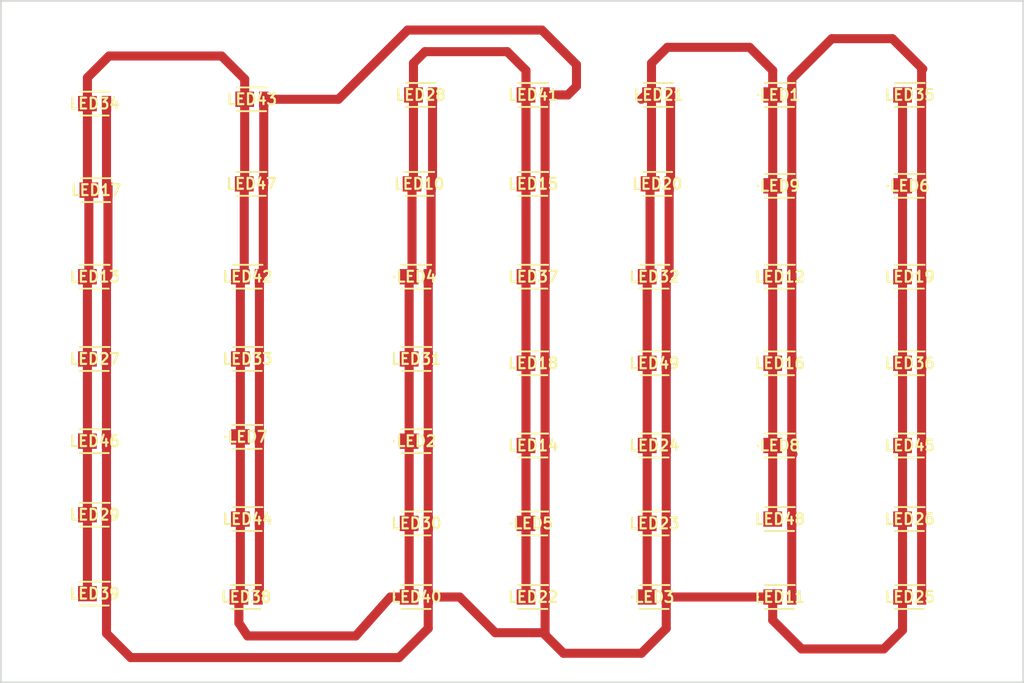
<source format=kicad_pcb>
(kicad_pcb (version 20211014) (generator pcbnew)
  (layers (0 "F.Cu" signal) (31 "B.Cu" signal) (34 "B.Paste" user) (35 "F.Paste" user) (36 "B.SilkS" user "B.Silkscreen") (37 "F.SilkS" user "F.Silkscreen") (38 "B.Mask" user) (39 "F.Mask" user) (44 "Edge.Cuts" user))
  (net 0 "")
  (net 1 "GND")
  (net 2 "+24V")
  (footprint "2835-library:JB2835BWTGH40EA0000N0000001" (layer "F.Cu") (at 161.715 73.66)
    (fp_text reference "LED19" (at 0.845 0) (layer "F.SilkS") (effects (font (size 1.27 1.27) (thickness 0.254))))
    (fp_text value "JB2835BWT-G-H40EA0000-N0000001" hide)
    (pad "1" smd rect locked (at 0 0 90) (size 1.8 2.2) (layers "F.Cu" "F.Paste" "F.Mask") (net 2 "+24V"))
    (pad "2" smd rect locked (at 2.24 0) (size 1.1 1.8) (layers "F.Cu" "F.Paste" "F.Mask") (net 2 "+24V"))
  )
  (footprint "2835-library:JB2835BWTGH40EA0000N0000001" (layer "F.Cu") (at 117.519 111.252)
    (fp_text reference "LED22" (at 0.845 0) (layer "F.SilkS") (effects (font (size 1.27 1.27) (thickness 0.254))))
    (fp_text value "JB2835BWT-G-H40EA0000-N0000001" hide)
    (pad "1" smd rect locked (at 0 0 90) (size 1.8 2.2) (layers "F.Cu" "F.Paste" "F.Mask") (net 1 "GND"))
    (pad "2" smd rect locked (at 2.24 0) (size 1.1 1.8) (layers "F.Cu" "F.Paste" "F.Mask") (net 2 "+24V"))
  )
  (footprint "2835-library:JB2835BWTGH40EA0000N0000001" (layer "F.Cu") (at 103.803 111.252)
    (fp_text reference "LED40" (at 0.845 0) (layer "F.SilkS") (effects (font (size 1.27 1.27) (thickness 0.254))))
    (fp_text value "JB2835BWT-G-H40EA0000-N0000001" hide)
    (pad "1" smd rect locked (at 0 0 90) (size 1.8 2.2) (layers "F.Cu" "F.Paste" "F.Mask") (net 1 "GND"))
    (pad "2" smd rect locked (at 2.24 0) (size 1.1 1.8) (layers "F.Cu" "F.Paste" "F.Mask") (net 2 "+24V"))
  )
  (footprint "2835-library:JB2835BWTGH40EA0000N0000001" (layer "F.Cu") (at 83.82 111.252)
    (fp_text reference "LED38" (at 0.845 0) (layer "F.SilkS") (effects (font (size 1.27 1.27) (thickness 0.254))))
    (fp_text value "JB2835BWT-G-H40EA0000-N0000001" hide)
    (pad "1" smd rect locked (at 0 0 90) (size 1.8 2.2) (layers "F.Cu" "F.Paste" "F.Mask") (net 1 "GND"))
    (pad "2" smd rect locked (at 2.24 0) (size 1.1 1.8) (layers "F.Cu" "F.Paste" "F.Mask") (net 2 "+24V"))
  )
  (footprint "2835-library:JB2835BWTGH40EA0000N0000001" (layer "F.Cu") (at 161.715 62.992)
    (fp_text reference "LED6" (at 0.845 0) (layer "F.SilkS") (effects (font (size 1.27 1.27) (thickness 0.254))))
    (fp_text value "JB2835BWT-G-H40EA0000-N0000001" hide)
    (pad "1" smd rect locked (at 0 0 90) (size 1.8 2.2) (layers "F.Cu" "F.Paste" "F.Mask") (net 2 "+24V"))
    (pad "2" smd rect locked (at 2.24 0) (size 1.1 1.8) (layers "F.Cu" "F.Paste" "F.Mask") (net 2 "+24V"))
  )
  (footprint "2835-library:JB2835BWTGH40EA0000N0000001" (layer "F.Cu") (at 103.803 83.312)
    (fp_text reference "LED31" (at 0.845 0) (layer "F.SilkS") (effects (font (size 1.27 1.27) (thickness 0.254))))
    (fp_text value "JB2835BWT-G-H40EA0000-N0000001" hide)
    (pad "1" smd rect locked (at 0 0 90) (size 1.8 2.2) (layers "F.Cu" "F.Paste" "F.Mask") (net 1 "GND"))
    (pad "2" smd rect locked (at 2.24 0) (size 1.1 1.8) (layers "F.Cu" "F.Paste" "F.Mask") (net 2 "+24V"))
  )
  (footprint "2835-library:JB2835BWTGH40EA0000N0000001" (layer "F.Cu") (at 66.04 73.66)
    (fp_text reference "LED13" (at 0.845 0) (layer "F.SilkS") (effects (font (size 1.27 1.27) (thickness 0.254))))
    (fp_text value "JB2835BWT-G-H40EA0000-N0000001" hide)
    (pad "1" smd rect locked (at 0 0 90) (size 1.8 2.2) (layers "F.Cu" "F.Paste" "F.Mask") (net 1 "GND"))
    (pad "2" smd rect locked (at 2.24 0) (size 1.1 1.8) (layers "F.Cu" "F.Paste" "F.Mask") (net 2 "+24V"))
  )
  (footprint "2835-library:JB2835BWTGH40EA0000N0000001" (layer "F.Cu") (at 83.991 73.66)
    (fp_text reference "LED42" (at 0.845 0) (layer "F.SilkS") (effects (font (size 1.27 1.27) (thickness 0.254))))
    (fp_text value "JB2835BWT-G-H40EA0000-N0000001" hide)
    (pad "1" smd rect locked (at 0 0 90) (size 1.8 2.2) (layers "F.Cu" "F.Paste" "F.Mask") (net 1 "GND"))
    (pad "2" smd rect locked (at 2.24 0) (size 1.1 1.8) (layers "F.Cu" "F.Paste" "F.Mask") (net 2 "+24V"))
  )
  (footprint "2835-library:JB2835BWTGH40EA0000N0000001" (layer "F.Cu") (at 131.743 111.252)
    (fp_text reference "LED3" (at 0.845 0) (layer "F.SilkS") (effects (font (size 1.27 1.27) (thickness 0.254))))
    (fp_text value "JB2835BWT-G-H40EA0000-N0000001" hide)
    (pad "1" smd rect locked (at 0 0 90) (size 1.8 2.2) (layers "F.Cu" "F.Paste" "F.Mask") (net 1 "GND"))
    (pad "2" smd rect locked (at 2.24 0) (size 1.1 1.8) (layers "F.Cu" "F.Paste" "F.Mask") (net 2 "+24V"))
  )
  (footprint "2835-library:JB2835BWTGH40EA0000N0000001" (layer "F.Cu") (at 117.519 52.324)
    (fp_text reference "LED41" (at 0.845 0) (layer "F.SilkS") (effects (font (size 1.27 1.27) (thickness 0.254))))
    (fp_text value "JB2835BWT-G-H40EA0000-N0000001" hide)
    (pad "1" smd rect locked (at 0 0 90) (size 1.8 2.2) (layers "F.Cu" "F.Paste" "F.Mask") (net 1 "GND"))
    (pad "2" smd rect locked (at 2.24 0) (size 1.1 1.8) (layers "F.Cu" "F.Paste" "F.Mask") (net 2 "+24V"))
  )
  (footprint "2835-library:JB2835BWTGH40EA0000N0000001" (layer "F.Cu") (at 84.45 62.76)
    (fp_text reference "LED47" (at 0.845 0) (layer "F.SilkS") (effects (font (size 1.27 1.27) (thickness 0.254))))
    (fp_text value "JB2835BWT-G-H40EA0000-N0000001" hide)
    (pad "1" smd rect locked (at 0 0 90) (size 1.8 2.2) (layers "F.Cu" "F.Paste" "F.Mask") (net 1 "GND"))
    (pad "2" smd rect locked (at 2.24 0) (size 1.1 1.8) (layers "F.Cu" "F.Paste" "F.Mask") (net 2 "+24V"))
  )
  (footprint "2835-library:JB2835BWTGH40EA0000N0000001" (layer "F.Cu") (at 84.499 52.832)
    (fp_text reference "LED43" (at 0.845 0) (layer "F.SilkS") (effects (font (size 1.27 1.27) (thickness 0.254))))
    (fp_text value "JB2835BWT-G-H40EA0000-N0000001" hide)
    (pad "1" smd rect locked (at 0 0 90) (size 1.8 2.2) (layers "F.Cu" "F.Paste" "F.Mask") (net 1 "GND"))
    (pad "2" smd rect locked (at 2.24 0) (size 1.1 1.8) (layers "F.Cu" "F.Paste" "F.Mask") (net 2 "+24V"))
  )
  (footprint "2835-library:JB2835BWTGH40EA0000N0000001" (layer "F.Cu") (at 103.803 102.616)
    (fp_text reference "LED30" (at 0.845 0) (layer "F.SilkS") (effects (font (size 1.27 1.27) (thickness 0.254))))
    (fp_text value "JB2835BWT-G-H40EA0000-N0000001" hide)
    (pad "1" smd rect locked (at 0 0 90) (size 1.8 2.2) (layers "F.Cu" "F.Paste" "F.Mask") (net 1 "GND"))
    (pad "2" smd rect locked (at 2.24 0) (size 1.1 1.8) (layers "F.Cu" "F.Paste" "F.Mask") (net 2 "+24V"))
  )
  (footprint "2835-library:JB2835BWTGH40EA0000N0000001" (layer "F.Cu") (at 66.04 101.6)
    (fp_text reference "LED29" (at 0.845 0) (layer "F.SilkS") (effects (font (size 1.27 1.27) (thickness 0.254))))
    (fp_text value "JB2835BWT-G-H40EA0000-N0000001" hide)
    (pad "1" smd rect locked (at 0 0 90) (size 1.8 2.2) (layers "F.Cu" "F.Paste" "F.Mask") (net 1 "GND"))
    (pad "2" smd rect locked (at 2.24 0) (size 1.1 1.8) (layers "F.Cu" "F.Paste" "F.Mask") (net 2 "+24V"))
  )
  (footprint "2835-library:JB2835BWTGH40EA0000N0000001" (layer "F.Cu") (at 161.715 102.108)
    (fp_text reference "LED26" (at 0.845 0) (layer "F.SilkS") (effects (font (size 1.27 1.27) (thickness 0.254))))
    (fp_text value "JB2835BWT-G-H40EA0000-N0000001" hide)
    (pad "1" smd rect locked (at 0 0 90) (size 1.8 2.2) (layers "F.Cu" "F.Paste" "F.Mask") (net 2 "+24V"))
    (pad "2" smd rect locked (at 2.24 0) (size 1.1 1.8) (layers "F.Cu" "F.Paste" "F.Mask") (net 2 "+24V"))
  )
  (footprint "2835-library:JB2835BWTGH40EA0000N0000001" (layer "F.Cu") (at 117.519 93.472)
    (fp_text reference "LED14" (at 0.845 0) (layer "F.SilkS") (effects (font (size 1.27 1.27) (thickness 0.254))))
    (fp_text value "JB2835BWT-G-H40EA0000-N0000001" hide)
    (pad "1" smd rect locked (at 0 0 90) (size 1.8 2.2) (layers "F.Cu" "F.Paste" "F.Mask") (net 1 "GND"))
    (pad "2" smd rect locked (at 2.24 0) (size 1.1 1.8) (layers "F.Cu" "F.Paste" "F.Mask") (net 2 "+24V"))
  )
  (footprint "2835-library:JB2835BWTGH40EA0000N0000001" (layer "F.Cu") (at 83.991 92.456)
    (fp_text reference "LED7" (at 0.845 0) (layer "F.SilkS") (effects (font (size 1.27 1.27) (thickness 0.254))))
    (fp_text value "JB2835BWT-G-H40EA0000-N0000001" hide)
    (pad "1" smd rect locked (at 0 0 90) (size 1.8 2.2) (layers "F.Cu" "F.Paste" "F.Mask") (net 1 "GND"))
    (pad "2" smd rect locked (at 2.24 0) (size 1.1 1.8) (layers "F.Cu" "F.Paste" "F.Mask") (net 2 "+24V"))
  )
  (footprint "2835-library:JB2835BWTGH40EA0000N0000001" (layer "F.Cu") (at 66.04 53.34)
    (fp_text reference "LED34" (at 0.845 0) (layer "F.SilkS") (effects (font (size 1.27 1.27) (thickness 0.254))))
    (fp_text value "JB2835BWT-G-H40EA0000-N0000001" hide)
    (pad "1" smd rect locked (at 0 0 90) (size 1.8 2.2) (layers "F.Cu" "F.Paste" "F.Mask") (net 1 "GND"))
    (pad "2" smd rect locked (at 2.24 0) (size 1.1 1.8) (layers "F.Cu" "F.Paste" "F.Mask") (net 2 "+24V"))
  )
  (footprint "2835-library:JB2835BWTGH40EA0000N0000001" (layer "F.Cu") (at 131.743 73.66)
    (fp_text reference "LED32" (at 0.845 0) (layer "F.SilkS") (effects (font (size 1.27 1.27) (thickness 0.254))))
    (fp_text value "JB2835BWT-G-H40EA0000-N0000001" hide)
    (pad "1" smd rect locked (at 0 0 90) (size 1.8 2.2) (layers "F.Cu" "F.Paste" "F.Mask") (net 1 "GND"))
    (pad "2" smd rect locked (at 2.24 0) (size 1.1 1.8) (layers "F.Cu" "F.Paste" "F.Mask") (net 2 "+24V"))
  )
  (footprint "2835-library:JB2835BWTGH40EA0000N0000001" (layer "F.Cu") (at 131.743 83.82)
    (fp_text reference "LED49" (at 0.845 0) (layer "F.SilkS") (effects (font (size 1.27 1.27) (thickness 0.254))))
    (fp_text value "JB2835BWT-G-H40EA0000-N0000001" hide)
    (pad "1" smd rect locked (at 0 0 90) (size 1.8 2.2) (layers "F.Cu" "F.Paste" "F.Mask") (net 1 "GND"))
    (pad "2" smd rect locked (at 2.24 0) (size 1.1 1.8) (layers "F.Cu" "F.Paste" "F.Mask") (net 2 "+24V"))
  )
  (footprint "2835-library:JB2835BWTGH40EA0000N0000001" (layer "F.Cu") (at 161.715 111.252)
    (fp_text reference "LED25" (at 0.845 0) (layer "F.SilkS") (effects (font (size 1.27 1.27) (thickness 0.254))))
    (fp_text value "JB2835BWT-G-H40EA0000-N0000001" hide)
    (pad "1" smd rect locked (at 0 0 90) (size 1.8 2.2) (layers "F.Cu" "F.Paste" "F.Mask") (net 2 "+24V"))
    (pad "2" smd rect locked (at 2.24 0) (size 1.1 1.8) (layers "F.Cu" "F.Paste" "F.Mask") (net 2 "+24V"))
  )
  (footprint "2835-library:JB2835BWTGH40EA0000N0000001" (layer "F.Cu") (at 103.803 92.964)
    (fp_text reference "LED2" (at 0.845 0) (layer "F.SilkS") (effects (font (size 1.27 1.27) (thickness 0.254))))
    (fp_text value "JB2835BWT-G-H40EA0000-N0000001" hide)
    (pad "1" smd rect locked (at 0 0 90) (size 1.8 2.2) (layers "F.Cu" "F.Paste" "F.Mask") (net 1 "GND"))
    (pad "2" smd rect locked (at 2.24 0) (size 1.1 1.8) (layers "F.Cu" "F.Paste" "F.Mask") (net 2 "+24V"))
  )
  (footprint "2835-library:JB2835BWTGH40EA0000N0000001" (layer "F.Cu") (at 146.475 83.82)
    (fp_text reference "LED16" (at 0.845 0) (layer "F.SilkS") (effects (font (size 1.27 1.27) (thickness 0.254))))
    (fp_text value "JB2835BWT-G-H40EA0000-N0000001" hide)
    (pad "1" smd rect locked (at 0 0 90) (size 1.8 2.2) (layers "F.Cu" "F.Paste" "F.Mask") (net 1 "GND"))
    (pad "2" smd rect locked (at 2.24 0) (size 1.1 1.8) (layers "F.Cu" "F.Paste" "F.Mask") (net 2 "+24V"))
  )
  (footprint "2835-library:JB2835BWTGH40EA0000N0000001" (layer "F.Cu") (at 146.475 111.252)
    (fp_text reference "LED11" (at 0.845 0) (layer "F.SilkS") (effects (font (size 1.27 1.27) (thickness 0.254))))
    (fp_text value "JB2835BWT-G-H40EA0000-N0000001" hide)
    (pad "1" smd rect locked (at 0 0 90) (size 1.8 2.2) (layers "F.Cu" "F.Paste" "F.Mask") (net 2 "+24V"))
    (pad "2" smd rect locked (at 2.24 0) (size 1.1 1.8) (layers "F.Cu" "F.Paste" "F.Mask") (net 2 "+24V"))
  )
  (footprint "2835-library:JB2835BWTGH40EA0000N0000001" (layer "F.Cu") (at 83.991 83.312)
    (fp_text reference "LED33" (at 0.845 0) (layer "F.SilkS") (effects (font (size 1.27 1.27) (thickness 0.254))))
    (fp_text value "JB2835BWT-G-H40EA0000-N0000001" hide)
    (pad "1" smd rect locked (at 0 0 90) (size 1.8 2.2) (layers "F.Cu" "F.Paste" "F.Mask") (net 1 "GND"))
    (pad "2" smd rect locked (at 2.24 0) (size 1.1 1.8) (layers "F.Cu" "F.Paste" "F.Mask") (net 2 "+24V"))
  )
  (footprint "2835-library:JB2835BWTGH40EA0000N0000001" (layer "F.Cu") (at 66.04 92.964)
    (fp_text reference "LED46" (at 0.845 0) (layer "F.SilkS") (effects (font (size 1.27 1.27) (thickness 0.254))))
    (fp_text value "JB2835BWT-G-H40EA0000-N0000001" hide)
    (pad "1" smd rect locked (at 0 0 90) (size 1.8 2.2) (layers "F.Cu" "F.Paste" "F.Mask") (net 1 "GND"))
    (pad "2" smd rect locked (at 2.24 0) (size 1.1 1.8) (layers "F.Cu" "F.Paste" "F.Mask") (net 2 "+24V"))
  )
  (footprint "2835-library:JB2835BWTGH40EA0000N0000001" (layer "F.Cu") (at 66.04 83.312)
    (fp_text reference "LED27" (at 0.845 0) (layer "F.SilkS") (effects (font (size 1.27 1.27) (thickness 0.254))))
    (fp_text value "JB2835BWT-G-H40EA0000-N0000001" hide)
    (pad "1" smd rect locked (at 0 0 90) (size 1.8 2.2) (layers "F.Cu" "F.Paste" "F.Mask") (net 1 "GND"))
    (pad "2" smd rect locked (at 2.24 0) (size 1.1 1.8) (layers "F.Cu" "F.Paste" "F.Mask") (net 2 "+24V"))
  )
  (footprint "2835-library:JB2835BWTGH40EA0000N0000001" (layer "F.Cu") (at 66.04 110.86)
    (fp_text reference "LED39" (at 0.845 0) (layer "F.SilkS") (effects (font (size 1.27 1.27) (thickness 0.254))))
    (fp_text value "JB2835BWT-G-H40EA0000-N0000001" hide)
    (pad "1" smd rect locked (at 0 0 90) (size 1.8 2.2) (layers "F.Cu" "F.Paste" "F.Mask") (net 1 "GND"))
    (pad "2" smd rect locked (at 2.24 0) (size 1.1 1.8) (layers "F.Cu" "F.Paste" "F.Mask") (net 2 "+24V"))
  )
  (footprint "2835-library:JB2835BWTGH40EA0000N0000001" (layer "F.Cu") (at 104.14 62.76)
    (fp_text reference "LED10" (at 0.845 0) (layer "F.SilkS") (effects (font (size 1.27 1.27) (thickness 0.254))))
    (fp_text value "JB2835BWT-G-H40EA0000-N0000001" hide)
    (pad "1" smd rect locked (at 0 0 90) (size 1.8 2.2) (layers "F.Cu" "F.Paste" "F.Mask") (net 1 "GND"))
    (pad "2" smd rect locked (at 2.24 0) (size 1.1 1.8) (layers "F.Cu" "F.Paste" "F.Mask") (net 2 "+24V"))
  )
  (footprint "2835-library:JB2835BWTGH40EA0000N0000001" (layer "F.Cu") (at 104.311 52.324)
    (fp_text reference "LED28" (at 0.845 0) (layer "F.SilkS") (effects (font (size 1.27 1.27) (thickness 0.254))))
    (fp_text value "JB2835BWT-G-H40EA0000-N0000001" hide)
    (pad "1" smd rect locked (at 0 0 90) (size 1.8 2.2) (layers "F.Cu" "F.Paste" "F.Mask") (net 1 "GND"))
    (pad "2" smd rect locked (at 2.24 0) (size 1.1 1.8) (layers "F.Cu" "F.Paste" "F.Mask") (net 2 "+24V"))
  )
  (footprint "2835-library:JB2835BWTGH40EA0000N0000001" (layer "F.Cu") (at 117.519 102.616)
    (fp_text reference "LED5" (at 0.845 0) (layer "F.SilkS") (effects (font (size 1.27 1.27) (thickness 0.254))))
    (fp_text value "JB2835BWT-G-H40EA0000-N0000001" hide)
    (pad "1" smd rect locked (at 0 0 90) (size 1.8 2.2) (layers "F.Cu" "F.Paste" "F.Mask") (net 1 "GND"))
    (pad "2" smd rect locked (at 2.24 0) (size 1.1 1.8) (layers "F.Cu" "F.Paste" "F.Mask") (net 2 "+24V"))
  )
  (footprint "2835-library:JB2835BWTGH40EA0000N0000001" (layer "F.Cu") (at 117.519 62.76)
    (fp_text reference "LED15" (at 0.845 0) (layer "F.SilkS") (effects (font (size 1.27 1.27) (thickness 0.254))))
    (fp_text value "JB2835BWT-G-H40EA0000-N0000001" hide)
    (pad "1" smd rect locked (at 0 0 90) (size 1.8 2.2) (layers "F.Cu" "F.Paste" "F.Mask") (net 1 "GND"))
    (pad "2" smd rect locked (at 2.24 0) (size 1.1 1.8) (layers "F.Cu" "F.Paste" "F.Mask") (net 2 "+24V"))
  )
  (footprint "2835-library:JB2835BWTGH40EA0000N0000001" (layer "F.Cu") (at 117.519 73.66)
    (fp_text reference "LED37" (at 0.845 0) (layer "F.SilkS") (effects (font (size 1.27 1.27) (thickness 0.254))))
    (fp_text value "JB2835BWT-G-H40EA0000-N0000001" hide)
    (pad "1" smd rect locked (at 0 0 90) (size 1.8 2.2) (layers "F.Cu" "F.Paste" "F.Mask") (net 1 "GND"))
    (pad "2" smd rect locked (at 2.24 0) (size 1.1 1.8) (layers "F.Cu" "F.Paste" "F.Mask") (net 2 "+24V"))
  )
  (footprint "2835-library:JB2835BWTGH40EA0000N0000001" (layer "F.Cu") (at 146.475 102.108)
    (fp_text reference "LED48" (at 0.845 0) (layer "F.SilkS") (effects (font (size 1.27 1.27) (thickness 0.254))))
    (fp_text value "JB2835BWT-G-H40EA0000-N0000001" hide)
    (pad "1" smd rect locked (at 0 0 90) (size 1.8 2.2) (layers "F.Cu" "F.Paste" "F.Mask") (net 1 "GND"))
    (pad "2" smd rect locked (at 2.24 0) (size 1.1 1.8) (layers "F.Cu" "F.Paste" "F.Mask") (net 2 "+24V"))
  )
  (footprint "2835-library:JB2835BWTGH40EA0000N0000001" (layer "F.Cu") (at 146.475 62.992)
    (fp_text reference "LED9" (at 0.845 0) (layer "F.SilkS") (effects (font (size 1.27 1.27) (thickness 0.254))))
    (fp_text value "JB2835BWT-G-H40EA0000-N0000001" hide)
    (pad "1" smd rect locked (at 0 0 90) (size 1.8 2.2) (layers "F.Cu" "F.Paste" "F.Mask") (net 1 "GND"))
    (pad "2" smd rect locked (at 2.24 0) (size 1.1 1.8) (layers "F.Cu" "F.Paste" "F.Mask") (net 2 "+24V"))
  )
  (footprint "2835-library:JB2835BWTGH40EA0000N0000001" (layer "F.Cu") (at 132.251 52.324)
    (fp_text reference "LED21" (at 0.845 0) (layer "F.SilkS") (effects (font (size 1.27 1.27) (thickness 0.254))))
    (fp_text value "JB2835BWT-G-H40EA0000-N0000001" hide)
    (pad "1" smd rect locked (at 0 0 90) (size 1.8 2.2) (layers "F.Cu" "F.Paste" "F.Mask") (net 1 "GND"))
    (pad "2" smd rect locked (at 2.24 0) (size 1.1 1.8) (layers "F.Cu" "F.Paste" "F.Mask") (net 2 "+24V"))
  )
  (footprint "2835-library:JB2835BWTGH40EA0000N0000001" (layer "F.Cu") (at 161.715 83.82)
    (fp_text reference "LED36" (at 0.845 0) (layer "F.SilkS") (effects (font (size 1.27 1.27) (thickness 0.254))))
    (fp_text value "JB2835BWT-G-H40EA0000-N0000001" hide)
    (pad "1" smd rect locked (at 0 0 90) (size 1.8 2.2) (layers "F.Cu" "F.Paste" "F.Mask") (net 2 "+24V"))
    (pad "2" smd rect locked (at 2.24 0) (size 1.1 1.8) (layers "F.Cu" "F.Paste" "F.Mask") (net 2 "+24V"))
  )
  (footprint "2835-library:JB2835BWTGH40EA0000N0000001" (layer "F.Cu") (at 117.519 83.82)
    (fp_text reference "LED18" (at 0.845 0) (layer "F.SilkS") (effects (font (size 1.27 1.27) (thickness 0.254))))
    (fp_text value "JB2835BWT-G-H40EA0000-N0000001" hide)
    (pad "1" smd rect locked (at 0 0 90) (size 1.8 2.2) (layers "F.Cu" "F.Paste" "F.Mask") (net 1 "GND"))
    (pad "2" smd rect locked (at 2.24 0) (size 1.1 1.8) (layers "F.Cu" "F.Paste" "F.Mask") (net 2 "+24V"))
  )
  (footprint "2835-library:JB2835BWTGH40EA0000N0000001" (layer "F.Cu") (at 103.803 73.66)
    (fp_text reference "LED4" (at 0.845 0) (layer "F.SilkS") (effects (font (size 1.27 1.27) (thickness 0.254))))
    (fp_text value "JB2835BWT-G-H40EA0000-N0000001" hide)
    (pad "1" smd rect locked (at 0 0 90) (size 1.8 2.2) (layers "F.Cu" "F.Paste" "F.Mask") (net 1 "GND"))
    (pad "2" smd rect locked (at 2.24 0) (size 1.1 1.8) (layers "F.Cu" "F.Paste" "F.Mask") (net 2 "+24V"))
  )
  (footprint "2835-library:JB2835BWTGH40EA0000N0000001" (layer "F.Cu") (at 83.991 102.108)
    (fp_text reference "LED44" (at 0.845 0) (layer "F.SilkS") (effects (font (size 1.27 1.27) (thickness 0.254))))
    (fp_text value "JB2835BWT-G-H40EA0000-N0000001" hide)
    (pad "1" smd rect locked (at 0 0 90) (size 1.8 2.2) (layers "F.Cu" "F.Paste" "F.Mask") (net 1 "GND"))
    (pad "2" smd rect locked (at 2.24 0) (size 1.1 1.8) (layers "F.Cu" "F.Paste" "F.Mask") (net 2 "+24V"))
  )
  (footprint "2835-library:JB2835BWTGH40EA0000N0000001" (layer "F.Cu") (at 146.475 52.324)
    (fp_text reference "LED1" (at 0.845 0) (layer "F.SilkS") (effects (font (size 1.27 1.27) (thickness 0.254))))
    (fp_text value "JB2835BWT-G-H40EA0000-N0000001" hide)
    (pad "1" smd rect locked (at 0 0 90) (size 1.8 2.2) (layers "F.Cu" "F.Paste" "F.Mask") (net 1 "GND"))
    (pad "2" smd rect locked (at 2.24 0) (size 1.1 1.8) (layers "F.Cu" "F.Paste" "F.Mask") (net 2 "+24V"))
  )
  (footprint "2835-library:JB2835BWTGH40EA0000N0000001" (layer "F.Cu") (at 161.715 52.324)
    (fp_text reference "LED35" (at 0.845 0) (layer "F.SilkS") (effects (font (size 1.27 1.27) (thickness 0.254))))
    (fp_text value "JB2835BWT-G-H40EA0000-N0000001" hide)
    (pad "1" smd rect locked (at 0 0 90) (size 1.8 2.2) (layers "F.Cu" "F.Paste" "F.Mask") (net 2 "+24V"))
    (pad "2" smd rect locked (at 2.24 0) (size 1.1 1.8) (layers "F.Cu" "F.Paste" "F.Mask") (net 2 "+24V"))
  )
  (footprint "2835-library:JB2835BWTGH40EA0000N0000001" (layer "F.Cu") (at 132.08 62.76)
    (fp_text reference "LED20" (at 0.845 0) (layer "F.SilkS") (effects (font (size 1.27 1.27) (thickness 0.254))))
    (fp_text value "JB2835BWT-G-H40EA0000-N0000001" hide)
    (pad "1" smd rect locked (at 0 0 90) (size 1.8 2.2) (layers "F.Cu" "F.Paste" "F.Mask") (net 1 "GND"))
    (pad "2" smd rect locked (at 2.24 0) (size 1.1 1.8) (layers "F.Cu" "F.Paste" "F.Mask") (net 2 "+24V"))
  )
  (footprint "2835-library:JB2835BWTGH40EA0000N0000001" (layer "F.Cu") (at 146.475 93.472)
    (fp_text reference "LED8" (at 0.845 0) (layer "F.SilkS") (effects (font (size 1.27 1.27) (thickness 0.254))))
    (fp_text value "JB2835BWT-G-H40EA0000-N0000001" hide)
    (pad "1" smd rect locked (at 0 0 90) (size 1.8 2.2) (layers "F.Cu" "F.Paste" "F.Mask") (net 1 "GND"))
    (pad "2" smd rect locked (at 2.24 0) (size 1.1 1.8) (layers "F.Cu" "F.Paste" "F.Mask") (net 2 "+24V"))
  )
  (footprint "2835-library:JB2835BWTGH40EA0000N0000001" (layer "F.Cu") (at 146.475 73.66)
    (fp_text reference "LED12" (at 0.845 0) (layer "F.SilkS") (effects (font (size 1.27 1.27) (thickness 0.254))))
    (fp_text value "JB2835BWT-G-H40EA0000-N0000001" hide)
    (pad "1" smd rect locked (at 0 0 90) (size 1.8 2.2) (layers "F.Cu" "F.Paste" "F.Mask") (net 1 "GND"))
    (pad "2" smd rect locked (at 2.24 0) (size 1.1 1.8) (layers "F.Cu" "F.Paste" "F.Mask") (net 2 "+24V"))
  )
  (footprint "2835-library:JB2835BWTGH40EA0000N0000001" (layer "F.Cu") (at 161.715 93.472)
    (fp_text reference "LED45" (at 0.845 0) (layer "F.SilkS") (effects (font (size 1.27 1.27) (thickness 0.254))))
    (fp_text value "JB2835BWT-G-H40EA0000-N0000001" hide)
    (pad "1" smd rect locked (at 0 0 90) (size 1.8 2.2) (layers "F.Cu" "F.Paste" "F.Mask") (net 2 "+24V"))
    (pad "2" smd rect locked (at 2.24 0) (size 1.1 1.8) (layers "F.Cu" "F.Paste" "F.Mask") (net 2 "+24V"))
  )
  (footprint "2835-library:JB2835BWTGH40EA0000N0000001" (layer "F.Cu") (at 131.743 93.472)
    (fp_text reference "LED24" (at 0.845 0) (layer "F.SilkS") (effects (font (size 1.27 1.27) (thickness 0.254))))
    (fp_text value "JB2835BWT-G-H40EA0000-N0000001" hide)
    (pad "1" smd rect locked (at 0 0 90) (size 1.8 2.2) (layers "F.Cu" "F.Paste" "F.Mask") (net 1 "GND"))
    (pad "2" smd rect locked (at 2.24 0) (size 1.1 1.8) (layers "F.Cu" "F.Paste" "F.Mask") (net 2 "+24V"))
  )
  (footprint "2835-library:JB2835BWTGH40EA0000N0000001" (layer "F.Cu") (at 66.211 63.5)
    (fp_text reference "LED17" (at 0.845 0) (layer "F.SilkS") (effects (font (size 1.27 1.27) (thickness 0.254))))
    (fp_text value "JB2835BWT-G-H40EA0000-N0000001" hide)
    (pad "1" smd rect locked (at 0 0 90) (size 1.8 2.2) (layers "F.Cu" "F.Paste" "F.Mask") (net 1 "GND"))
    (pad "2" smd rect locked (at 2.24 0) (size 1.1 1.8) (layers "F.Cu" "F.Paste" "F.Mask") (net 2 "+24V"))
  )
  (footprint "2835-library:JB2835BWTGH40EA0000N0000001" (layer "F.Cu") (at 131.743 102.616)
    (fp_text reference "LED23" (at 0.845 0) (layer "F.SilkS") (effects (font (size 1.27 1.27) (thickness 0.254))))
    (fp_text value "JB2835BWT-G-H40EA0000-N0000001" hide)
    (pad "1" smd rect locked (at 0 0 90) (size 1.8 2.2) (layers "F.Cu" "F.Paste" "F.Mask") (net 1 "GND"))
    (pad "2" smd rect locked (at 2.24 0) (size 1.1 1.8) (layers "F.Cu" "F.Paste" "F.Mask") (net 2 "+24V"))
  )
  (gr_rect (start 55.88 41.28) (end 175.88 121.28) (layer "Edge.Cuts") (width 0.2) (fill none))
  (segment (start 68.58 47.752) (end 81.788 47.752) (width 1.06307) (layer "F.Cu") (net 1))
  (segment (start 131.743 102.616) (end 131.743 111.252) (width 1.06307) (layer "F.Cu") (net 1))
  (segment (start 66.04 50.292) (end 68.58 47.752) (width 1.06307) (layer "F.Cu") (net 1))
  (segment (start 83.82 114.3) (end 84.836 115.824) (width 1.06307) (layer "F.Cu") (net 1))
  (segment (start 146.475 52.324) (end 146.475 62.992) (width 1.06307) (layer "F.Cu") (net 1))
  (segment (start 117.519 111.252) (end 117.519 102.616) (width 1.06307) (layer "F.Cu") (net 1))
  (segment (start 115.316 47.244) (end 105.664 47.244) (width 1.06307) (layer "F.Cu") (net 1))
  (segment (start 103.803 102.616) (end 103.803 111.252) (width 1.06307) (layer "F.Cu") (net 1))
  (segment (start 117.519 83.82) (end 117.519 73.66) (width 1.06307) (layer "F.Cu") (net 1))
  (segment (start 66.04 53.34) (end 66.04 50.292) (width 1.06307) (layer "F.Cu") (net 1))
  (segment (start 117.519 52.324) (end 117.519 49.447) (width 1.06307) (layer "F.Cu") (net 1))
  (segment (start 132.08 62.76) (end 132.08 73.323) (width 1.06307) (layer "F.Cu") (net 1))
  (segment (start 84.499 52.832) (end 84.499 62.711) (width 1.06307) (layer "F.Cu") (net 1))
  (segment (start 146.475 52.324) (end 146.475 49.447) (width 1.06307) (layer "F.Cu") (net 1))
  (segment (start 132.251 52.324) (end 132.251 62.589) (width 1.06307) (layer "F.Cu") (net 1))
  (segment (start 66.04 73.66) (end 66.04 83.312) (width 1.06307) (layer "F.Cu") (net 1))
  (segment (start 81.788 47.752) (end 84.499 50.463) (width 1.06307) (layer "F.Cu") (net 1))
  (segment (start 104.14 73.323) (end 103.803 73.66) (width 1.06307) (layer "F.Cu") (net 1))
  (segment (start 104.311 48.597) (end 104.311 52.324) (width 1.06307) (layer "F.Cu") (net 1))
  (segment (start 117.519 102.616) (end 117.519 93.472) (width 1.06307) (layer "F.Cu") (net 1))
  (segment (start 131.743 92.627) (end 131.743 93.472) (width 1.06307) (layer "F.Cu") (net 1))
  (segment (start 105.664 47.244) (end 104.311 48.597) (width 1.06307) (layer "F.Cu") (net 1))
  (segment (start 132.251 62.589) (end 132.08 62.76) (width 1.06307) (layer "F.Cu") (net 1))
  (segment (start 66.04 101.6) (end 66.04 110.86) (width 1.06307) (layer "F.Cu") (net 1))
  (segment (start 101.6 111.252) (end 103.803 111.252) (width 1.06307) (layer "F.Cu") (net 1))
  (segment (start 84.45 73.201) (end 83.991 73.66) (width 1.06307) (layer "F.Cu") (net 1))
  (segment (start 103.803 92.964) (end 103.803 102.616) (width 1.06307) (layer "F.Cu") (net 1))
  (segment (start 146.475 93.472) (end 146.475 102.108) (width 1.06307) (layer "F.Cu") (net 1))
  (segment (start 131.743 83.82) (end 131.743 92.627) (width 1.06307) (layer "F.Cu") (net 1))
  (segment (start 103.803 73.66) (end 103.803 83.312) (width 1.06307) (layer "F.Cu") (net 1))
  (segment (start 83.991 111.081) (end 83.82 111.252) (width 1.06307) (layer "F.Cu") (net 1))
  (segment (start 117.519 62.76) (end 117.519 52.324) (width 1.06307) (layer "F.Cu") (net 1))
  (segment (start 117.519 49.447) (end 115.316 47.244) (width 1.06307) (layer "F.Cu") (net 1))
  (segment (start 97.536 115.824) (end 101.6 111.252) (width 1.06307) (layer "F.Cu") (net 1))
  (segment (start 66.211 73.489) (end 66.04 73.66) (width 1.06307) (layer "F.Cu") (net 1))
  (segment (start 103.803 83.312) (end 103.803 92.964) (width 1.06307) (layer "F.Cu") (net 1))
  (segment (start 132.251 52.324) (end 131.572 52.324) (width 1.06307) (layer "F.Cu") (net 1))
  (segment (start 66.04 63.329) (end 66.211 63.5) (width 1.06307) (layer "F.Cu") (net 1))
  (segment (start 83.991 73.66) (end 83.991 83.312) (width 1.06307) (layer "F.Cu") (net 1))
  (segment (start 104.311 52.324) (end 104.311 62.589) (width 1.06307) (layer "F.Cu") (net 1))
  (segment (start 131.743 73.66) (end 131.743 83.82) (width 1.06307) (layer "F.Cu") (net 1))
  (segment (start 104.311 62.589) (end 104.14 62.76) (width 1.06307) (layer "F.Cu") (net 1))
  (segment (start 66.04 83.312) (end 66.04 92.964) (width 1.06307) (layer "F.Cu") (net 1))
  (segment (start 83.991 102.108) (end 83.991 111.081) (width 1.06307) (layer "F.Cu") (net 1))
  (segment (start 84.45 62.76) (end 84.45 73.201) (width 1.06307) (layer "F.Cu") (net 1))
  (segment (start 104.14 62.76) (end 104.14 73.323) (width 1.06307) (layer "F.Cu") (net 1))
  (segment (start 132.251 48.597) (end 132.251 52.324) (width 1.06307) (layer "F.Cu") (net 1))
  (segment (start 134.112 46.736) (end 132.251 48.597) (width 1.06307) (layer "F.Cu") (net 1))
  (segment (start 143.764 46.736) (end 134.112 46.736) (width 1.06307) (layer "F.Cu") (net 1))
  (segment (start 117.519 93.472) (end 117.519 83.82) (width 1.06307) (layer "F.Cu") (net 1))
  (segment (start 117.519 73.66) (end 117.519 62.76) (width 1.06307) (layer "F.Cu") (net 1))
  (segment (start 146.475 62.992) (end 146.475 73.66) (width 1.06307) (layer "F.Cu") (net 1))
  (segment (start 83.991 92.456) (end 83.991 102.108) (width 1.06307) (layer "F.Cu") (net 1))
  (segment (start 66.211 63.5) (end 66.211 73.489) (width 1.06307) (layer "F.Cu") (net 1))
  (segment (start 132.08 73.323) (end 131.743 73.66) (width 1.06307) (layer "F.Cu") (net 1))
  (segment (start 146.475 49.447) (end 143.764 46.736) (width 1.06307) (layer "F.Cu") (net 1))
  (segment (start 66.04 53.34) (end 66.04 63.329) (width 1.06307) (layer "F.Cu") (net 1))
  (segment (start 146.475 73.66) (end 146.475 83.82) (width 1.06307) (layer "F.Cu") (net 1))
  (segment (start 131.743 92.627) (end 131.743 102.616) (width 1.06307) (layer "F.Cu") (net 1))
  (segment (start 66.04 92.964) (end 66.04 101.6) (width 1.06307) (layer "F.Cu") (net 1))
  (segment (start 131.572 52.324) (end 131.064 52.832) (width 1.06307) (layer "F.Cu") (net 1))
  (segment (start 84.499 50.463) (end 84.499 52.832) (width 1.06307) (layer "F.Cu") (net 1))
  (segment (start 146.475 83.82) (end 146.475 93.472) (width 1.06307) (layer "F.Cu") (net 1))
  (segment (start 84.836 115.824) (end 97.536 115.824) (width 1.06307) (layer "F.Cu") (net 1))
  (segment (start 83.82 111.252) (end 83.82 114.3) (width 1.06307) (layer "F.Cu") (net 1))
  (segment (start 83.991 83.312) (end 83.991 92.456) (width 1.06307) (layer "F.Cu") (net 1))
  (segment (start 84.499 62.711) (end 84.45 62.76) (width 1.06307) (layer "F.Cu") (net 1))
  (segment (start 160.528 45.72) (end 164.084 49.276) (width 1.06307) (layer "F.Cu") (net 2))
  (segment (start 119.759 115.445) (end 119.759 111.252) (width 1.06307) (layer "F.Cu") (net 2))
  (segment (start 121.92 117.856) (end 131.064 117.856) (width 1.06307) (layer "F.Cu") (net 2))
  (segment (start 148.715 83.82) (end 148.715 94.359) (width 1.06307) (layer "F.Cu") (net 2))
  (segment (start 106.043 92.964) (end 106.043 102.616) (width 1.06307) (layer "F.Cu") (net 2))
  (segment (start 149.86 117.348) (end 159.512 117.348) (width 1.06307) (layer "F.Cu") (net 2))
  (segment (start 133.983 73.66) (end 133.983 83.82) (width 1.06307) (layer "F.Cu") (net 2))
  (segment (start 161.715 102.108) (end 161.715 111.252) (width 1.06307) (layer "F.Cu") (net 2))
  (segment (start 68.451 63.5) (end 68.451 73.489) (width 1.06307) (layer "F.Cu") (net 2))
  (segment (start 68.28 73.66) (end 68.28 83.312) (width 1.06307) (layer "F.Cu") (net 2))
  (segment (start 163.955 52.324) (end 163.955 62.992) (width 1.06307) (layer "F.Cu") (net 2))
  (segment (start 86.231 83.312) (end 86.231 92.456) (width 1.06307) (layer "F.Cu") (net 2))
  (segment (start 134.32 62.76) (end 134.32 73.323) (width 1.06307) (layer "F.Cu") (net 2))
  (segment (start 133.983 93.472) (end 133.983 102.616) (width 1.06307) (layer "F.Cu") (net 2))
  (segment (start 106.38 73.323) (end 106.043 73.66) (width 1.06307) (layer "F.Cu") (net 2))
  (segment (start 119.759 52.324) (end 119.759 62.76) (width 1.06307) (layer "F.Cu") (net 2))
  (segment (start 122.428 52.324) (end 119.759 52.324) (width 1.06307) (layer "F.Cu") (net 2))
  (segment (start 148.715 62.992) (end 148.715 73.66) (width 1.06307) (layer "F.Cu") (net 2))
  (segment (start 106.551 52.324) (end 106.551 62.589) (width 1.06307) (layer "F.Cu") (net 2))
  (segment (start 133.983 83.82) (end 133.983 93.472) (width 1.06307) (layer "F.Cu") (net 2))
  (segment (start 163.955 93.472) (end 163.955 102.108) (width 1.06307) (layer "F.Cu") (net 2))
  (segment (start 86.739 52.832) (end 95.504 52.832) (width 1.06307) (layer "F.Cu") (net 2))
  (segment (start 134.491 62.589) (end 134.32 62.76) (width 1.06307) (layer "F.Cu") (net 2))
  (segment (start 161.715 73.66) (end 161.715 83.82) (width 1.06307) (layer "F.Cu") (net 2))
  (segment (start 86.231 73.66) (end 86.231 83.312) (width 1.06307) (layer "F.Cu") (net 2))
  (segment (start 68.28 92.964) (end 68.28 101.6) (width 1.06307) (layer "F.Cu") (net 2))
  (segment (start 109.728 111.252) (end 113.921 115.445) (width 1.06307) (layer "F.Cu") (net 2))
  (segment (start 106.551 62.589) (end 106.38 62.76) (width 1.06307) (layer "F.Cu") (net 2))
  (segment (start 68.28 63.329) (end 68.451 63.5) (width 1.06307) (layer "F.Cu") (net 2))
  (segment (start 148.844 94.488) (end 148.715 94.617) (width 1.06307) (layer "F.Cu") (net 2))
  (segment (start 106.043 102.616) (end 106.043 111.252) (width 1.06307) (layer "F.Cu") (net 2))
  (segment (start 68.28 53.34) (end 68.28 63.329) (width 1.06307) (layer "F.Cu") (net 2))
  (segment (start 133.983 114.937) (end 133.983 111.252) (width 1.06307) (layer "F.Cu") (net 2))
  (segment (start 119.759 115.445) (end 119.759 115.695) (width 1.06307) (layer "F.Cu") (net 2))
  (segment (start 86.231 92.456) (end 86.231 102.108) (width 1.06307) (layer "F.Cu") (net 2))
  (segment (start 134.491 52.324) (end 134.491 62.589) (width 1.06307) (layer "F.Cu") (net 2))
  (segment (start 68.28 101.6) (end 68.28 110.86) (width 1.06307) (layer "F.Cu") (net 2))
  (segment (start 159.512 117.348) (end 161.715 115.145) (width 1.06307) (layer "F.Cu") (net 2))
  (segment (start 113.921 115.445) (end 119.759 115.445) (width 1.06307) (layer "F.Cu") (net 2))
  (segment (start 86.69 62.76) (end 86.69 73.201) (width 1.06307) (layer "F.Cu") (net 2))
  (segment (start 103.632 44.704) (end 119.38 44.704) (width 1.06307) (layer "F.Cu") (net 2))
  (segment (start 119.759 73.66) (end 119.759 83.82) (width 1.06307) (layer "F.Cu") (net 2))
  (segment (start 68.451 73.489) (end 68.28 73.66) (width 1.06307) (layer "F.Cu") (net 2))
  (segment (start 148.715 94.359) (end 148.844 94.488) (width 1.06307) (layer "F.Cu") (net 2))
  (segment (start 119.759 115.695) (end 121.92 117.856) (width 1.06307) (layer "F.Cu") (net 2))
  (segment (start 148.715 94.617) (end 148.715 102.108) (width 1.06307) (layer "F.Cu") (net 2))
  (segment (start 119.38 44.704) (end 123.444 48.768) (width 1.06307) (layer "F.Cu") (net 2))
  (segment (start 161.715 52.324) (end 161.715 62.992) (width 1.06307) (layer "F.Cu") (net 2))
  (segment (start 153.416 45.72) (end 160.528 45.72) (width 1.06307) (layer "F.Cu") (net 2))
  (segment (start 86.739 62.711) (end 86.69 62.76) (width 1.06307) (layer "F.Cu") (net 2))
  (segment (start 119.759 102.616) (end 119.759 111.252) (width 1.06307) (layer "F.Cu") (net 2))
  (segment (start 131.064 117.856) (end 133.983 114.937) (width 1.06307) (layer "F.Cu") (net 2))
  (segment (start 161.715 115.145) (end 161.715 111.252) (width 1.06307) (layer "F.Cu") (net 2))
  (segment (start 119.759 62.76) (end 119.759 73.66) (width 1.06307) (layer "F.Cu") (net 2))
  (segment (start 163.955 49.405) (end 163.955 52.324) (width 1.06307) (layer "F.Cu") (net 2))
  (segment (start 163.955 62.992) (end 163.955 73.66) (width 1.06307) (layer "F.Cu") (net 2))
  (segment (start 71.12 118.364) (end 102.616 118.364) (width 1.06307) (layer "F.Cu") (net 2))
  (segment (start 163.955 73.66) (end 163.955 83.82) (width 1.06307) (layer "F.Cu") (net 2))
  (segment (start 148.715 52.324) (end 148.715 50.421) (width 1.06307) (layer "F.Cu") (net 2))
  (segment (start 68.28 83.312) (end 68.28 92.964) (width 1.06307) (layer "F.Cu") (net 2))
  (segment (start 148.715 73.66) (end 148.715 83.82) (width 1.06307) (layer "F.Cu") (net 2))
  (segment (start 106.043 111.252) (end 109.728 111.252) (width 1.06307) (layer "F.Cu") (net 2))
  (segment (start 161.715 62.992) (end 161.715 73.66) (width 1.06307) (layer "F.Cu") (net 2))
  (segment (start 148.715 102.108) (end 148.715 111.252) (width 1.06307) (layer "F.Cu") (net 2))
  (segment (start 119.759 83.82) (end 119.759 93.472) (width 1.06307) (layer "F.Cu") (net 2))
  (segment (start 133.983 111.252) (end 146.475 111.252) (width 1.06307) (layer "F.Cu") (net 2))
  (segment (start 86.69 73.201) (end 86.231 73.66) (width 1.06307) (layer "F.Cu") (net 2))
  (segment (start 123.444 48.768) (end 123.444 51.308) (width 1.06307) (layer "F.Cu") (net 2))
  (segment (start 106.043 114.937) (end 106.043 111.252) (width 1.06307) (layer "F.Cu") (net 2))
  (segment (start 95.504 52.832) (end 103.632 44.704) (width 1.06307) (layer "F.Cu") (net 2))
  (segment (start 102.616 118.364) (end 106.043 114.937) (width 1.06307) (layer "F.Cu") (net 2))
  (segment (start 68.28 115.524) (end 71.12 118.364) (width 1.06307) (layer "F.Cu") (net 2))
  (segment (start 148.715 52.324) (end 148.715 62.992) (width 1.06307) (layer "F.Cu") (net 2))
  (segment (start 123.444 51.308) (end 122.428 52.324) (width 1.06307) (layer "F.Cu") (net 2))
  (segment (start 146.475 113.963) (end 149.86 117.348) (width 1.06307) (layer "F.Cu") (net 2))
  (segment (start 86.231 111.081) (end 86.06 111.252) (width 1.06307) (layer "F.Cu") (net 2))
  (segment (start 133.983 102.616) (end 133.983 111.252) (width 1.06307) (layer "F.Cu") (net 2))
  (segment (start 146.475 111.252) (end 146.475 113.963) (width 1.06307) (layer "F.Cu") (net 2))
  (segment (start 163.955 102.108) (end 163.955 111.252) (width 1.06307) (layer "F.Cu") (net 2))
  (segment (start 106.38 62.76) (end 106.38 73.323) (width 1.06307) (layer "F.Cu") (net 2))
  (segment (start 106.043 73.66) (end 106.043 83.312) (width 1.06307) (layer "F.Cu") (net 2))
  (segment (start 164.084 49.276) (end 163.955 49.405) (width 1.06307) (layer "F.Cu") (net 2))
  (segment (start 68.28 110.86) (end 68.28 115.524) (width 1.06307) (layer "F.Cu") (net 2))
  (segment (start 119.759 93.472) (end 119.759 102.616) (width 1.06307) (layer "F.Cu") (net 2))
  (segment (start 161.715 93.472) (end 161.715 102.108) (width 1.06307) (layer "F.Cu") (net 2))
  (segment (start 134.32 73.323) (end 133.983 73.66) (width 1.06307) (layer "F.Cu") (net 2))
  (segment (start 106.043 83.312) (end 106.043 92.964) (width 1.06307) (layer "F.Cu") (net 2))
  (segment (start 86.231 102.108) (end 86.231 111.081) (width 1.06307) (layer "F.Cu") (net 2))
  (segment (start 148.715 50.421) (end 153.416 45.72) (width 1.06307) (layer "F.Cu") (net 2))
  (segment (start 163.955 83.82) (end 163.955 93.472) (width 1.06307) (layer "F.Cu") (net 2))
  (segment (start 86.739 52.832) (end 86.739 62.711) (width 1.06307) (layer "F.Cu") (net 2))
  (segment (start 161.715 83.82) (end 161.715 93.472) (width 1.06307) (layer "F.Cu") (net 2))
)
</source>
